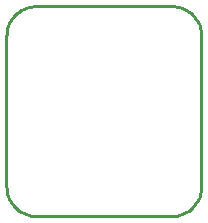
<source format=gbr>
G04 EAGLE Gerber RS-274X export*
G75*
%MOMM*%
%FSLAX34Y34*%
%LPD*%
%IN*%
%IPPOS*%
%AMOC8*
5,1,8,0,0,1.08239X$1,22.5*%
G01*
%ADD10C,0.254000*%


D10*
X0Y25400D02*
X97Y23186D01*
X386Y20989D01*
X865Y18826D01*
X1532Y16713D01*
X2380Y14666D01*
X3403Y12700D01*
X4594Y10831D01*
X5942Y9073D01*
X7440Y7440D01*
X9073Y5942D01*
X10831Y4594D01*
X12700Y3403D01*
X14666Y2380D01*
X16713Y1532D01*
X18826Y865D01*
X20989Y386D01*
X23186Y97D01*
X25400Y0D01*
X139700Y0D01*
X141914Y97D01*
X144111Y386D01*
X146274Y865D01*
X148387Y1532D01*
X150435Y2380D01*
X152400Y3403D01*
X154269Y4594D01*
X156027Y5942D01*
X157661Y7440D01*
X159158Y9073D01*
X160506Y10831D01*
X161697Y12700D01*
X162720Y14666D01*
X163568Y16713D01*
X164235Y18826D01*
X164714Y20989D01*
X165003Y23186D01*
X165100Y25400D01*
X165100Y152400D01*
X165003Y154614D01*
X164714Y156811D01*
X164235Y158974D01*
X163568Y161087D01*
X162720Y163135D01*
X161697Y165100D01*
X160506Y166969D01*
X159158Y168727D01*
X157661Y170361D01*
X156027Y171858D01*
X154269Y173206D01*
X152400Y174397D01*
X150435Y175420D01*
X148387Y176268D01*
X146274Y176935D01*
X144111Y177414D01*
X141914Y177703D01*
X139700Y177800D01*
X25400Y177800D01*
X23186Y177703D01*
X20989Y177414D01*
X18826Y176935D01*
X16713Y176268D01*
X14666Y175420D01*
X12700Y174397D01*
X10831Y173206D01*
X9073Y171858D01*
X7440Y170361D01*
X5942Y168727D01*
X4594Y166969D01*
X3403Y165100D01*
X2380Y163135D01*
X1532Y161087D01*
X865Y158974D01*
X386Y156811D01*
X97Y154614D01*
X0Y152400D01*
X0Y25400D01*
M02*

</source>
